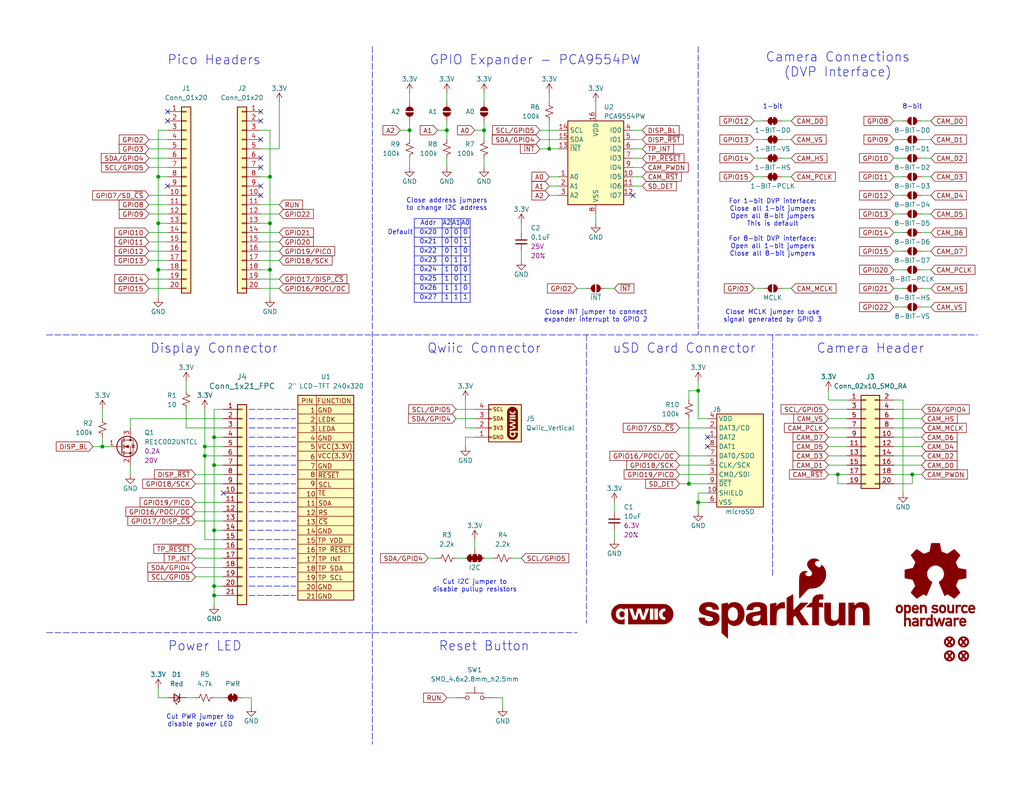
<source format=kicad_sch>
(kicad_sch (version 20231120) (generator "eeschema") (generator_version "8.0")
  (paper "USLetter")
  (title_block (title "SparkFun Pico Touch Display") (date "2025-02-27") (rev "v01") (company "SparkFun Electronics") (comment 1 "Designed by: Dryw Wade"))
  (junction (at 248.92 129.54))
  (junction (at 149.86 40.64))
  (junction (at 73.66 48.26))
  (junction (at 58.42 162.56))
  (junction (at 190.5 137.16))
  (junction (at 73.66 73.66))
  (junction (at 190.5 106.68))
  (junction (at 27.94 121.92))
  (junction (at 55.88 121.92))
  (junction (at 58.42 160.02))
  (junction (at 55.88 124.46))
  (junction (at 43.18 48.26))
  (junction (at 228.6 129.54))
  (junction (at 121.92 35.56))
  (junction (at 43.18 73.66))
  (junction (at 187.96 132.08))
  (junction (at 132.08 35.56))
  (junction (at 58.42 119.38))
  (junction (at 58.42 144.78))
  (junction (at 43.18 60.96))
  (junction (at 58.42 127))
  (junction (at 73.66 60.96))
  (junction (at 111.76 35.56))
  (no_connect (at 193.04 119.38))
  (no_connect (at 60.96 134.62))
  (no_connect (at 71.12 53.34))
  (no_connect (at 172.72 53.34))
  (no_connect (at 45.72 30.48))
  (no_connect (at 71.12 43.18))
  (no_connect (at 71.12 50.8))
  (no_connect (at 71.12 33.02))
  (no_connect (at 45.72 33.02))
  (no_connect (at 71.12 30.48))
  (no_connect (at 71.12 45.72))
  (no_connect (at 193.04 121.92))
  (no_connect (at 45.72 50.8))
  (no_connect (at 71.12 38.1))
  (wire (pts (xy 243.84 129.54) (xy 248.92 129.54)))
  (wire (pts (xy 35.56 114.3) (xy 60.96 114.3)))
  (wire (pts (xy 142.24 152.4) (xy 139.7 152.4)))
  (polyline (pts (xy 125.73 59.69) (xy 125.73 82.55)))
  (wire (pts (xy 55.88 121.92) (xy 55.88 111.76)))
  (wire (pts (xy 71.12 48.26) (xy 73.66 48.26)))
  (polyline (pts (xy 113.03 64.77) (xy 128.27 64.77)))
  (wire (pts (xy 167.64 137.16) (xy 167.64 139.7)))
  (wire (pts (xy 35.56 129.54) (xy 35.56 127)))
  (wire (pts (xy 127 119.38) (xy 127 121.92)))
  (polyline (pts (xy 160.02 91.44) (xy 160.02 170.18)) (stroke (width 0) (type dash)))
  (polyline (pts (xy 113.03 72.39) (xy 128.27 72.39)))
  (wire (pts (xy 76.2 68.58) (xy 71.12 68.58)))
  (wire (pts (xy 175.26 50.8) (xy 172.72 50.8)))
  (wire (pts (xy 175.26 40.64) (xy 172.72 40.64)))
  (wire (pts (xy 215.9 43.18) (xy 213.36 43.18)))
  (wire (pts (xy 226.06 116.84) (xy 231.14 116.84)))
  (wire (pts (xy 243.84 111.76) (xy 251.46 111.76)))
  (wire (pts (xy 58.42 144.78) (xy 60.96 144.78)))
  (wire (pts (xy 243.84 116.84) (xy 251.46 116.84)))
  (wire (pts (xy 132.08 33.02) (xy 132.08 35.56)))
  (wire (pts (xy 251.46 63.5) (xy 254 63.5)))
  (wire (pts (xy 190.5 114.3) (xy 190.5 106.68)))
  (wire (pts (xy 43.18 48.26) (xy 43.18 60.96)))
  (wire (pts (xy 149.86 50.8) (xy 152.4 50.8)))
  (wire (pts (xy 147.32 35.56) (xy 152.4 35.56)))
  (wire (pts (xy 162.56 60.96) (xy 162.56 58.42)))
  (wire (pts (xy 246.38 109.22) (xy 246.38 134.62)))
  (wire (pts (xy 76.2 71.12) (xy 71.12 71.12)))
  (wire (pts (xy 40.64 38.1) (xy 45.72 38.1)))
  (wire (pts (xy 226.06 129.54) (xy 228.6 129.54)))
  (wire (pts (xy 66.04 190.5) (xy 68.58 190.5)))
  (polyline (pts (xy 12.7 172.72) (xy 157.48 172.72)) (stroke (width 0) (type dash)))
  (polyline (pts (xy 113.03 77.47) (xy 128.27 77.47)))
  (wire (pts (xy 76.2 76.2) (xy 71.12 76.2)))
  (wire (pts (xy 142.24 71.12) (xy 142.24 68.58)))
  (wire (pts (xy 40.64 66.04) (xy 45.72 66.04)))
  (wire (pts (xy 68.58 190.5) (xy 68.58 193.04)))
  (wire (pts (xy 30.48 121.92) (xy 27.94 121.92)))
  (wire (pts (xy 226.06 114.3) (xy 231.14 114.3)))
  (wire (pts (xy 25.4 121.92) (xy 27.94 121.92)))
  (wire (pts (xy 76.2 58.42) (xy 71.12 58.42)))
  (wire (pts (xy 109.22 35.56) (xy 111.76 35.56)))
  (wire (pts (xy 226.06 127) (xy 231.14 127)))
  (wire (pts (xy 149.86 40.64) (xy 149.86 33.02)))
  (wire (pts (xy 226.06 121.92) (xy 231.14 121.92)))
  (wire (pts (xy 40.64 78.74) (xy 45.72 78.74)))
  (wire (pts (xy 215.9 38.1) (xy 213.36 38.1)))
  (wire (pts (xy 71.12 40.64) (xy 76.2 40.64)))
  (polyline (pts (xy 113.03 59.69) (xy 113.03 82.55)))
  (wire (pts (xy 76.2 66.04) (xy 71.12 66.04)))
  (wire (pts (xy 116.84 152.4) (xy 119.38 152.4)))
  (wire (pts (xy 58.42 162.56) (xy 58.42 165.1)))
  (wire (pts (xy 132.08 35.56) (xy 132.08 38.1)))
  (wire (pts (xy 132.08 25.4) (xy 132.08 27.94)))
  (polyline (pts (xy 67.945 142.24) (xy 80.645 142.24)) (stroke (width 0) (type dash)))
  (polyline (pts (xy 67.945 129.54) (xy 80.645 129.54)) (stroke (width 0) (type dash)))
  (polyline (pts (xy 67.945 132.08) (xy 80.645 132.08)) (stroke (width 0) (type dash)))
  (wire (pts (xy 149.86 53.34) (xy 152.4 53.34)))
  (wire (pts (xy 76.2 78.74) (xy 71.12 78.74)))
  (wire (pts (xy 132.08 43.18) (xy 132.08 45.72)))
  (wire (pts (xy 45.72 60.96) (xy 43.18 60.96)))
  (wire (pts (xy 111.76 43.18) (xy 111.76 45.72)))
  (wire (pts (xy 43.18 190.5) (xy 43.18 187.96)))
  (wire (pts (xy 129.54 119.38) (xy 127 119.38)))
  (wire (pts (xy 129.54 35.56) (xy 132.08 35.56)))
  (wire (pts (xy 149.86 25.4) (xy 149.86 27.94)))
  (wire (pts (xy 251.46 58.42) (xy 254 58.42)))
  (wire (pts (xy 58.42 127) (xy 60.96 127)))
  (wire (pts (xy 40.64 76.2) (xy 45.72 76.2)))
  (wire (pts (xy 193.04 137.16) (xy 190.5 137.16)))
  (polyline (pts (xy 67.945 160.02) (xy 80.645 160.02)) (stroke (width 0) (type dash)))
  (wire (pts (xy 243.84 73.66) (xy 246.38 73.66)))
  (wire (pts (xy 129.54 147.32) (xy 129.54 149.86)))
  (wire (pts (xy 190.5 134.62) (xy 190.5 137.16)))
  (wire (pts (xy 167.64 78.74) (xy 165.1 78.74)))
  (wire (pts (xy 243.84 43.18) (xy 246.38 43.18)))
  (wire (pts (xy 73.66 48.26) (xy 73.66 60.96)))
  (wire (pts (xy 71.12 73.66) (xy 73.66 73.66)))
  (polyline (pts (xy 101.6 12.7) (xy 101.6 203.2)) (stroke (width 0) (type dash)))
  (polyline (pts (xy 67.945 121.92) (xy 80.645 121.92)) (stroke (width 0) (type dash)))
  (wire (pts (xy 111.76 33.02) (xy 111.76 35.56)))
  (wire (pts (xy 254 83.82) (xy 251.46 83.82)))
  (wire (pts (xy 27.94 111.76) (xy 27.94 114.3)))
  (polyline (pts (xy 67.945 119.38) (xy 80.645 119.38)) (stroke (width 0) (type dash)))
  (polyline (pts (xy 113.03 74.93) (xy 128.27 74.93)))
  (wire (pts (xy 40.64 43.18) (xy 45.72 43.18)))
  (wire (pts (xy 53.34 149.86) (xy 60.96 149.86)))
  (wire (pts (xy 243.84 119.38) (xy 251.46 119.38)))
  (wire (pts (xy 187.96 132.08) (xy 193.04 132.08)))
  (wire (pts (xy 185.42 127) (xy 193.04 127)))
  (polyline (pts (xy 123.19 59.69) (xy 123.19 82.55)))
  (wire (pts (xy 228.6 132.08) (xy 231.14 132.08)))
  (wire (pts (xy 73.66 35.56) (xy 73.66 48.26)))
  (polyline (pts (xy 67.945 124.46) (xy 80.645 124.46)) (stroke (width 0) (type dash)))
  (wire (pts (xy 185.42 116.84) (xy 193.04 116.84)))
  (wire (pts (xy 50.8 104.14) (xy 50.8 106.68)))
  (wire (pts (xy 76.2 63.5) (xy 71.12 63.5)))
  (wire (pts (xy 243.84 127) (xy 251.46 127)))
  (wire (pts (xy 58.42 119.38) (xy 60.96 119.38)))
  (polyline (pts (xy 113.03 62.23) (xy 128.27 62.23)))
  (wire (pts (xy 228.6 129.54) (xy 228.6 132.08)))
  (wire (pts (xy 243.84 121.92) (xy 251.46 121.92)))
  (wire (pts (xy 60.96 147.32) (xy 55.88 147.32)))
  (polyline (pts (xy 67.945 157.48) (xy 80.645 157.48)) (stroke (width 0) (type dash)))
  (wire (pts (xy 243.84 78.74) (xy 246.38 78.74)))
  (wire (pts (xy 248.92 129.54) (xy 248.92 132.08)))
  (wire (pts (xy 55.88 124.46) (xy 55.88 121.92)))
  (wire (pts (xy 190.5 137.16) (xy 190.5 139.7)))
  (wire (pts (xy 243.84 58.42) (xy 246.38 58.42)))
  (wire (pts (xy 40.64 68.58) (xy 45.72 68.58)))
  (polyline (pts (xy 67.945 137.16) (xy 80.645 137.16)) (stroke (width 0) (type dash)))
  (wire (pts (xy 35.56 114.3) (xy 35.56 116.84)))
  (wire (pts (xy 124.46 152.4) (xy 127 152.4)))
  (wire (pts (xy 243.84 132.08) (xy 248.92 132.08)))
  (wire (pts (xy 119.38 35.56) (xy 121.92 35.56)))
  (wire (pts (xy 124.46 114.3) (xy 129.54 114.3)))
  (wire (pts (xy 121.92 43.18) (xy 121.92 45.72)))
  (wire (pts (xy 55.88 147.32) (xy 55.88 124.46)))
  (wire (pts (xy 43.18 35.56) (xy 43.18 48.26)))
  (wire (pts (xy 226.06 119.38) (xy 231.14 119.38)))
  (wire (pts (xy 243.84 33.02) (xy 246.38 33.02)))
  (polyline (pts (xy 67.945 147.32) (xy 80.645 147.32)) (stroke (width 0) (type dash)))
  (wire (pts (xy 205.74 38.1) (xy 208.28 38.1)))
  (polyline (pts (xy 113.03 82.55) (xy 128.27 82.55)))
  (wire (pts (xy 45.72 73.66) (xy 43.18 73.66)))
  (wire (pts (xy 58.42 162.56) (xy 60.96 162.56)))
  (wire (pts (xy 121.92 33.02) (xy 121.92 35.56)))
  (wire (pts (xy 251.46 53.34) (xy 254 53.34)))
  (wire (pts (xy 254 48.26) (xy 251.46 48.26)))
  (wire (pts (xy 111.76 35.56) (xy 111.76 38.1)))
  (wire (pts (xy 187.96 106.68) (xy 187.96 109.22)))
  (wire (pts (xy 243.84 83.82) (xy 246.38 83.82)))
  (wire (pts (xy 147.32 38.1) (xy 152.4 38.1)))
  (polyline (pts (xy 113.03 80.01) (xy 128.27 80.01)))
  (polyline (pts (xy 128.27 82.55) (xy 128.27 59.69)))
  (wire (pts (xy 157.48 78.74) (xy 160.02 78.74)))
  (wire (pts (xy 121.92 190.5) (xy 124.46 190.5)))
  (wire (pts (xy 111.76 25.4) (xy 111.76 27.94)))
  (wire (pts (xy 124.46 111.76) (xy 129.54 111.76)))
  (wire (pts (xy 53.34 154.94) (xy 60.96 154.94)))
  (wire (pts (xy 43.18 60.96) (xy 43.18 73.66)))
  (wire (pts (xy 251.46 68.58) (xy 254 68.58)))
  (wire (pts (xy 134.62 190.5) (xy 137.16 190.5)))
  (wire (pts (xy 152.4 40.64) (xy 149.86 40.64)))
  (wire (pts (xy 58.42 127) (xy 58.42 144.78)))
  (wire (pts (xy 53.34 137.16) (xy 60.96 137.16)))
  (wire (pts (xy 53.34 139.7) (xy 60.96 139.7)))
  (wire (pts (xy 175.26 48.26) (xy 172.72 48.26)))
  (wire (pts (xy 205.74 33.02) (xy 208.28 33.02)))
  (wire (pts (xy 243.84 114.3) (xy 251.46 114.3)))
  (wire (pts (xy 226.06 124.46) (xy 231.14 124.46)))
  (polyline (pts (xy 67.945 149.86) (xy 80.645 149.86)) (stroke (width 0) (type dash)))
  (wire (pts (xy 71.12 60.96) (xy 73.66 60.96)))
  (wire (pts (xy 27.94 121.92) (xy 27.94 119.38)))
  (wire (pts (xy 53.34 152.4) (xy 60.96 152.4)))
  (wire (pts (xy 254 78.74) (xy 251.46 78.74)))
  (wire (pts (xy 73.66 60.96) (xy 73.66 73.66)))
  (wire (pts (xy 205.74 43.18) (xy 208.28 43.18)))
  (wire (pts (xy 132.08 152.4) (xy 134.62 152.4)))
  (wire (pts (xy 175.26 43.18) (xy 172.72 43.18)))
  (polyline (pts (xy 67.945 139.7) (xy 80.645 139.7)) (stroke (width 0) (type dash)))
  (wire (pts (xy 243.84 38.1) (xy 246.38 38.1)))
  (polyline (pts (xy 67.945 114.3) (xy 80.645 114.3)) (stroke (width 0) (type dash)))
  (polyline (pts (xy 113.03 67.31) (xy 128.27 67.31)))
  (polyline (pts (xy 113.03 69.85) (xy 128.27 69.85)))
  (wire (pts (xy 205.74 78.74) (xy 208.28 78.74)))
  (wire (pts (xy 53.34 142.24) (xy 60.96 142.24)))
  (wire (pts (xy 76.2 55.88) (xy 71.12 55.88)))
  (wire (pts (xy 231.14 109.22) (xy 226.06 109.22)))
  (wire (pts (xy 142.24 60.96) (xy 142.24 63.5)))
  (wire (pts (xy 243.84 124.46) (xy 251.46 124.46)))
  (wire (pts (xy 185.42 132.08) (xy 187.96 132.08)))
  (wire (pts (xy 248.92 129.54) (xy 251.46 129.54)))
  (wire (pts (xy 73.66 73.66) (xy 73.66 81.28)))
  (wire (pts (xy 40.64 55.88) (xy 45.72 55.88)))
  (wire (pts (xy 243.84 63.5) (xy 246.38 63.5)))
  (wire (pts (xy 215.9 33.02) (xy 213.36 33.02)))
  (wire (pts (xy 254 33.02) (xy 251.46 33.02)))
  (polyline (pts (xy 128.27 59.69) (xy 113.03 59.69)))
  (polyline (pts (xy 67.945 127) (xy 80.645 127)) (stroke (width 0) (type dash)))
  (wire (pts (xy 190.5 106.68) (xy 190.5 104.14)))
  (wire (pts (xy 55.88 121.92) (xy 60.96 121.92)))
  (wire (pts (xy 53.34 129.54) (xy 60.96 129.54)))
  (wire (pts (xy 228.6 129.54) (xy 231.14 129.54)))
  (wire (pts (xy 50.8 190.5) (xy 53.34 190.5)))
  (wire (pts (xy 58.42 111.76) (xy 58.42 119.38)))
  (wire (pts (xy 137.16 190.5) (xy 137.16 193.04)))
  (wire (pts (xy 40.64 40.64) (xy 45.72 40.64)))
  (wire (pts (xy 215.9 48.26) (xy 213.36 48.26)))
  (wire (pts (xy 243.84 109.22) (xy 246.38 109.22)))
  (wire (pts (xy 40.64 58.42) (xy 45.72 58.42)))
  (wire (pts (xy 254 38.1) (xy 251.46 38.1)))
  (wire (pts (xy 162.56 27.94) (xy 162.56 30.48)))
  (wire (pts (xy 58.42 160.02) (xy 58.42 162.56)))
  (wire (pts (xy 55.88 124.46) (xy 60.96 124.46)))
  (wire (pts (xy 50.8 116.84) (xy 50.8 111.76)))
  (polyline (pts (xy 12.7 91.44) (xy 266.7 91.44)) (stroke (width 0) (type dash)))
  (wire (pts (xy 187.96 106.68) (xy 190.5 106.68)))
  (wire (pts (xy 45.72 190.5) (xy 43.18 190.5)))
  (polyline (pts (xy 67.945 134.62) (xy 80.645 134.62)) (stroke (width 0) (type dash)))
  (wire (pts (xy 127 116.84) (xy 127 109.22)))
  (wire (pts (xy 40.64 53.34) (xy 45.72 53.34)))
  (wire (pts (xy 226.06 109.22) (xy 226.06 106.68)))
  (wire (pts (xy 205.74 48.26) (xy 208.28 48.26)))
  (wire (pts (xy 175.26 38.1) (xy 172.72 38.1)))
  (wire (pts (xy 226.06 111.76) (xy 231.14 111.76)))
  (wire (pts (xy 76.2 40.64) (xy 76.2 27.94)))
  (polyline (pts (xy 67.945 111.76) (xy 80.645 111.76)) (stroke (width 0) (type dash)))
  (wire (pts (xy 45.72 48.26) (xy 43.18 48.26)))
  (wire (pts (xy 185.42 129.54) (xy 193.04 129.54)))
  (wire (pts (xy 243.84 53.34) (xy 246.38 53.34)))
  (wire (pts (xy 215.9 78.74) (xy 213.36 78.74)))
  (polyline (pts (xy 210.82 91.44) (xy 210.82 157.48)) (stroke (width 0) (type dash)))
  (wire (pts (xy 193.04 134.62) (xy 190.5 134.62)))
  (polyline (pts (xy 67.945 144.78) (xy 80.645 144.78)) (stroke (width 0) (type dash)))
  (wire (pts (xy 60.96 111.76) (xy 58.42 111.76)))
  (wire (pts (xy 243.84 48.26) (xy 246.38 48.26)))
  (wire (pts (xy 40.64 63.5) (xy 45.72 63.5)))
  (wire (pts (xy 147.32 40.64) (xy 149.86 40.64)))
  (wire (pts (xy 71.12 35.56) (xy 73.66 35.56)))
  (wire (pts (xy 185.42 124.46) (xy 193.04 124.46)))
  (wire (pts (xy 175.26 45.72) (xy 172.72 45.72)))
  (wire (pts (xy 50.8 116.84) (xy 60.96 116.84)))
  (wire (pts (xy 43.18 73.66) (xy 43.18 81.28)))
  (wire (pts (xy 175.26 35.56) (xy 172.72 35.56)))
  (wire (pts (xy 193.04 114.3) (xy 190.5 114.3)))
  (wire (pts (xy 254 73.66) (xy 251.46 73.66)))
  (polyline (pts (xy 120.65 59.69) (xy 120.65 82.55)))
  (polyline (pts (xy 190.5 12.7) (xy 190.5 91.44)) (stroke (width 0) (type dash)))
  (wire (pts (xy 40.64 71.12) (xy 45.72 71.12)))
  (polyline (pts (xy 67.945 116.84) (xy 80.645 116.84)) (stroke (width 0) (type dash)))
  (wire (pts (xy 58.42 190.5) (xy 60.96 190.5)))
  (wire (pts (xy 243.84 68.58) (xy 246.38 68.58)))
  (wire (pts (xy 40.64 45.72) (xy 45.72 45.72)))
  (wire (pts (xy 149.86 48.26) (xy 152.4 48.26)))
  (wire (pts (xy 58.42 119.38) (xy 58.42 127)))
  (polyline (pts (xy 67.945 154.94) (xy 80.645 154.94)) (stroke (width 0) (type dash)))
  (wire (pts (xy 121.92 25.4) (xy 121.92 27.94)))
  (wire (pts (xy 58.42 144.78) (xy 58.42 160.02)))
  (wire (pts (xy 58.42 160.02) (xy 60.96 160.02)))
  (wire (pts (xy 121.92 35.56) (xy 121.92 38.1)))
  (wire (pts (xy 254 43.18) (xy 251.46 43.18)))
  (wire (pts (xy 167.64 144.78) (xy 167.64 147.32)))
  (wire (pts (xy 129.54 116.84) (xy 127 116.84)))
  (wire (pts (xy 53.34 132.08) (xy 60.96 132.08)))
  (wire (pts (xy 187.96 114.3) (xy 187.96 132.08)))
  (wire (pts (xy 53.34 157.48) (xy 60.96 157.48)))
  (polyline (pts (xy 67.945 152.4) (xy 80.645 152.4)) (stroke (width 0) (type dash)))
  (wire (pts (xy 45.72 35.56) (xy 43.18 35.56)))
  (polyline (pts (xy 67.945 162.56) (xy 80.645 162.56)) (stroke (width 0) (type dash)))
  (text "1-bit" (at 210.82 29.21 0) (effects (font (size 1.27 1.27))))
  (text "0" (at 121.92 71.12 0) (effects (font (size 1.27 1.27))))
  (text "0x20" (at 116.84 63.5 0) (effects (font (size 1.27 1.27))))
  (text "8-bit" (at 248.92 29.21 0) (effects (font (size 1.27 1.27))))
  (text "1" (at 127 66.04 0) (effects (font (size 1.27 1.27))))
  (text "A0" (at 127 60.96 0) (effects (font (size 1.27 1.27))))
  (text "Cut PWR jumper to\ndisable power LED" (at 54.61 196.85 0) (effects (font (size 1.27 1.27))))
  (text "1" (at 124.46 68.58 0) (effects (font (size 1.27 1.27))))
  (text "0x22" (at 116.84 68.58 0) (effects (font (size 1.27 1.27))))
  (text "0x27" (at 116.84 81.28 0) (effects (font (size 1.27 1.27))))
  (text "1" (at 127 71.12 0) (effects (font (size 1.27 1.27))))
  (text "0x24" (at 116.84 73.66 0) (effects (font (size 1.27 1.27))))
  (text "0" (at 121.92 68.58 0) (effects (font (size 1.27 1.27))))
  (text "GPIO Expander - PCA9554PW" (at 146.05 16.51 0) (effects (font (size 2.54 2.54))))
  (text "0" (at 124.46 63.5 0) (effects (font (size 1.27 1.27))))
  (text "Camera Connections\n(DVP Interface)" (at 228.6 17.78 0) (effects (font (size 2.54 2.54))))
  (text "1" (at 124.46 71.12 0) (effects (font (size 1.27 1.27))))
  (text "Close address jumpers\nto change I2C address" (at 121.92 55.88 0) (effects (font (size 1.27 1.27))))
  (text "1" (at 121.92 76.2 0) (effects (font (size 1.27 1.27))))
  (text "Default" (at 109.22 63.5 0) (effects (font (size 1.27 1.27))))
  (text "1" (at 121.92 73.66 0) (effects (font (size 1.27 1.27))))
  (text "0" (at 124.46 73.66 0) (effects (font (size 1.27 1.27))))
  (text "Addr" (at 116.84 60.96 0) (effects (font (size 1.27 1.27))))
  (text "Qwiic Connector" (at 132.08 95.25 0) (effects (font (size 2.54 2.54))))
  (text "Cut I2C jumper to\ndisable pullup resistors" (at 129.54 160.02 0) (effects (font (size 1.27 1.27))))
  (text "Pico Headers" (at 58.42 16.51 0) (effects (font (size 2.54 2.54))))
  (text "0" (at 121.92 63.5 0) (effects (font (size 1.27 1.27))))
  (text "Camera Header" (at 237.49 95.25 0) (effects (font (size 2.54 2.54))))
  (text "0x26" (at 116.84 78.74 0) (effects (font (size 1.27 1.27))))
  (text "For 1-bit DVP interface:\nClose all 1-bit jumpers\nOpen all 8-bit jumpers\nThis is default\n\nFor 8-bit DVP interface:\nOpen all 1-bit jumpers\nClose all 8-bit jumpers" (at 210.82 62.23 0) (effects (font (size 1.27 1.27))))
  (text "0" (at 121.92 66.04 0) (effects (font (size 1.27 1.27))))
  (text "1" (at 124.46 81.28 0) (effects (font (size 1.27 1.27))))
  (text "0" (at 124.46 66.04 0) (effects (font (size 1.27 1.27))))
  (text "A2" (at 121.92 60.96 0) (effects (font (size 1.27 1.27))))
  (text "0x23" (at 116.84 71.12 0) (effects (font (size 1.27 1.27))))
  (text "1" (at 121.92 81.28 0) (effects (font (size 1.27 1.27))))
  (text "1" (at 127 76.2 0) (effects (font (size 1.27 1.27))))
  (text "0" (at 127 68.58 0) (effects (font (size 1.27 1.27))))
  (text "A1" (at 124.46 60.96 0) (effects (font (size 1.27 1.27))))
  (text "0" (at 127 78.74 0) (effects (font (size 1.27 1.27))))
  (text "1" (at 121.92 78.74 0) (effects (font (size 1.27 1.27))))
  (text "0" (at 127 63.5 0) (effects (font (size 1.27 1.27))))
  (text "1" (at 124.46 78.74 0) (effects (font (size 1.27 1.27))))
  (text "0" (at 124.46 76.2 0) (effects (font (size 1.27 1.27))))
  (text "Display Connector" (at 58.42 95.25 0) (effects (font (size 2.54 2.54))))
  (text "Close MCLK jumper to use\nsignal generated by GPIO 3" (at 210.82 86.36 0) (effects (font (size 1.27 1.27))))
  (text "0x21" (at 116.84 66.04 0) (effects (font (size 1.27 1.27))))
  (text "1" (at 127 81.28 0) (effects (font (size 1.27 1.27))))
  (text "0" (at 127 73.66 0) (effects (font (size 1.27 1.27))))
  (text "uSD Card Connector" (at 186.69 95.25 0) (effects (font (size 2.54 2.54))))
  (text "0x25" (at 116.84 76.2 0) (effects (font (size 1.27 1.27))))
  (text "Power LED" (at 55.88 176.53 0) (effects (font (size 2.54 2.54))))
  (text "Reset Button" (at 132.08 176.53 0) (effects (font (size 2.54 2.54))))
  (text "Close INT jumper to connect\nexpander interrupt to GPIO 2" (at 162.56 86.36 0) (effects (font (size 1.27 1.27))))
  (global_label "GPIO19{slash}PICO" (shape input) (at 53.34 137.16 180) (property "Intersheetrefs" "${INTERSHEET_REFS}" (effects (hide yes))))
  (global_label "GPIO16{slash}POCI{slash}DC" (shape input) (at 76.2 78.74 0) (property "Intersheetrefs" "${INTERSHEET_REFS}" (effects (hide yes))))
  (global_label "GPIO17{slash}DISP_~{CS}" (shape input) (at 76.2 76.2 0) (property "Intersheetrefs" "${INTERSHEET_REFS}" (effects (hide yes))))
  (global_label "CAM_HS" (shape input) (at 215.9 43.18 0) (property "Intersheetrefs" "${INTERSHEET_REFS}" (effects (hide yes))))
  (global_label "SDA{slash}GPIO4" (shape input) (at 53.34 154.94 180) (property "Intersheetrefs" "${INTERSHEET_REFS}" (effects (hide yes))))
  (global_label "SCL{slash}GPIO5" (shape input) (at 147.32 35.56 180) (property "Intersheetrefs" "${INTERSHEET_REFS}" (effects (hide yes))))
  (global_label "A0" (shape input) (at 129.54 35.56 180) (property "Intersheetrefs" "${INTERSHEET_REFS}" (effects (hide yes))))
  (global_label "CAM_D6" (shape input) (at 254 63.5 0) (property "Intersheetrefs" "${INTERSHEET_REFS}" (effects (hide yes))))
  (global_label "SCL{slash}GPIO5" (shape input) (at 124.46 111.76 180) (property "Intersheetrefs" "${INTERSHEET_REFS}" (effects (hide yes))))
  (global_label "CAM_HS" (shape input) (at 251.46 114.3 0) (property "Intersheetrefs" "${INTERSHEET_REFS}" (effects (hide yes))))
  (global_label "~{INT}" (shape input) (at 167.64 78.74 0) (property "Intersheetrefs" "${INTERSHEET_REFS}" (effects (hide yes))))
  (global_label "CAM_VS" (shape input) (at 254 83.82 0) (property "Intersheetrefs" "${INTERSHEET_REFS}" (effects (hide yes))))
  (global_label "GPIO11" (shape input) (at 243.84 48.26 180) (property "Intersheetrefs" "${INTERSHEET_REFS}" (effects (hide yes))))
  (global_label "GPIO19{slash}PICO" (shape input) (at 76.2 68.58 0) (property "Intersheetrefs" "${INTERSHEET_REFS}" (effects (hide yes))))
  (global_label "CAM_D3" (shape input) (at 226.06 124.46 180) (property "Intersheetrefs" "${INTERSHEET_REFS}" (effects (hide yes))))
  (global_label "CAM_D0" (shape input) (at 254 33.02 0) (property "Intersheetrefs" "${INTERSHEET_REFS}" (effects (hide yes))))
  (global_label "CAM_MCLK" (shape input) (at 251.46 116.84 0) (property "Intersheetrefs" "${INTERSHEET_REFS}" (effects (hide yes))))
  (global_label "GPIO8" (shape input) (at 40.64 55.88 180) (property "Intersheetrefs" "${INTERSHEET_REFS}" (effects (hide yes))))
  (global_label "GPIO11" (shape input) (at 40.64 66.04 180) (property "Intersheetrefs" "${INTERSHEET_REFS}" (effects (hide yes))))
  (global_label "GPIO13" (shape input) (at 243.84 58.42 180) (property "Intersheetrefs" "${INTERSHEET_REFS}" (effects (hide yes))))
  (global_label "A2" (shape input) (at 149.86 53.34 180) (property "Intersheetrefs" "${INTERSHEET_REFS}" (effects (hide yes))))
  (global_label "GPIO21" (shape input) (at 243.84 78.74 180) (property "Intersheetrefs" "${INTERSHEET_REFS}" (effects (hide yes))))
  (global_label "CAM_PCLK" (shape input) (at 226.06 116.84 180) (property "Intersheetrefs" "${INTERSHEET_REFS}" (effects (hide yes))))
  (global_label "CAM_PWDN" (shape input) (at 251.46 129.54 0) (property "Intersheetrefs" "${INTERSHEET_REFS}" (effects (hide yes))))
  (global_label "RUN" (shape input) (at 121.92 190.5 180) (property "Intersheetrefs" "${INTERSHEET_REFS}" (effects (hide yes))))
  (global_label "CAM_~{RST}" (shape input) (at 175.26 48.26 0) (property "Intersheetrefs" "${INTERSHEET_REFS}" (effects (hide yes))))
  (global_label "CAM_D6" (shape input) (at 251.46 119.38 0) (property "Intersheetrefs" "${INTERSHEET_REFS}" (effects (hide yes))))
  (global_label "CAM_D1" (shape input) (at 254 38.1 0) (property "Intersheetrefs" "${INTERSHEET_REFS}" (effects (hide yes))))
  (global_label "GPIO20" (shape input) (at 76.2 66.04 0) (property "Intersheetrefs" "${INTERSHEET_REFS}" (effects (hide yes))))
  (global_label "GPIO12" (shape input) (at 243.84 53.34 180) (property "Intersheetrefs" "${INTERSHEET_REFS}" (effects (hide yes))))
  (global_label "GPIO14" (shape input) (at 205.74 43.18 180) (property "Intersheetrefs" "${INTERSHEET_REFS}" (effects (hide yes))))
  (global_label "SCL{slash}GPIO5" (shape input) (at 40.64 45.72 180) (property "Intersheetrefs" "${INTERSHEET_REFS}" (effects (hide yes))))
  (global_label "GPIO14" (shape input) (at 40.64 76.2 180) (property "Intersheetrefs" "${INTERSHEET_REFS}" (effects (hide yes))))
  (global_label "GPIO16{slash}POCI{slash}DC" (shape input) (at 53.34 139.7 180) (property "Intersheetrefs" "${INTERSHEET_REFS}" (effects (hide yes))))
  (global_label "CAM_PWDN" (shape input) (at 175.26 45.72 0) (property "Intersheetrefs" "${INTERSHEET_REFS}" (effects (hide yes))))
  (global_label "GPIO18{slash}SCK" (shape input) (at 53.34 132.08 180) (property "Intersheetrefs" "${INTERSHEET_REFS}" (effects (hide yes))))
  (global_label "CAM_D7" (shape input) (at 226.06 119.38 180) (property "Intersheetrefs" "${INTERSHEET_REFS}" (effects (hide yes))))
  (global_label "GPIO10" (shape input) (at 243.84 43.18 180) (property "Intersheetrefs" "${INTERSHEET_REFS}" (effects (hide yes))))
  (global_label "GPIO3" (shape input) (at 205.74 78.74 180) (property "Intersheetrefs" "${INTERSHEET_REFS}" (effects (hide yes))))
  (global_label "CAM_D0" (shape input) (at 215.9 33.02 0) (property "Intersheetrefs" "${INTERSHEET_REFS}" (effects (hide yes))))
  (global_label "CAM_~{RST}" (shape input) (at 226.06 129.54 180) (property "Intersheetrefs" "${INTERSHEET_REFS}" (effects (hide yes))))
  (global_label "GPIO18{slash}SCK" (shape input) (at 185.42 127 180) (property "Intersheetrefs" "${INTERSHEET_REFS}" (effects (hide yes))))
  (global_label "SCL{slash}GPIO5" (shape input) (at 226.06 111.76 180) (property "Intersheetrefs" "${INTERSHEET_REFS}" (effects (hide yes))))
  (global_label "A1" (shape input) (at 119.38 35.56 180) (property "Intersheetrefs" "${INTERSHEET_REFS}" (effects (hide yes))))
  (global_label "CAM_D3" (shape input) (at 254 48.26 0) (property "Intersheetrefs" "${INTERSHEET_REFS}" (effects (hide yes))))
  (global_label "CAM_D7" (shape input) (at 254 68.58 0) (property "Intersheetrefs" "${INTERSHEET_REFS}" (effects (hide yes))))
  (global_label "CAM_D2" (shape input) (at 254 43.18 0) (property "Intersheetrefs" "${INTERSHEET_REFS}" (effects (hide yes))))
  (global_label "TP_INT" (shape input) (at 53.34 152.4 180) (property "Intersheetrefs" "${INTERSHEET_REFS}" (effects (hide yes))))
  (global_label "DISP_~{RST}" (shape input) (at 53.34 129.54 180) (property "Intersheetrefs" "${INTERSHEET_REFS}" (effects (hide yes))))
  (global_label "CAM_VS" (shape input) (at 226.06 114.3 180) (property "Intersheetrefs" "${INTERSHEET_REFS}" (effects (hide yes))))
  (global_label "A0" (shape input) (at 149.86 48.26 180) (property "Intersheetrefs" "${INTERSHEET_REFS}" (effects (hide yes))))
  (global_label "GPIO9" (shape input) (at 243.84 38.1 180) (property "Intersheetrefs" "${INTERSHEET_REFS}" (effects (hide yes))))
  (global_label "SD_DET" (shape input) (at 175.26 50.8 0) (property "Intersheetrefs" "${INTERSHEET_REFS}" (effects (hide yes))))
  (global_label "RUN" (shape input) (at 76.2 55.88 0) (property "Intersheetrefs" "${INTERSHEET_REFS}" (effects (hide yes))))
  (global_label "CAM_D4" (shape input) (at 251.46 121.92 0) (property "Intersheetrefs" "${INTERSHEET_REFS}" (effects (hide yes))))
  (global_label "GPIO7{slash}SD_~{CS}" (shape input) (at 40.64 53.34 180) (property "Intersheetrefs" "${INTERSHEET_REFS}" (effects (hide yes))))
  (global_label "CAM_PCLK" (shape input) (at 215.9 48.26 0) (property "Intersheetrefs" "${INTERSHEET_REFS}" (effects (hide yes))))
  (global_label "GPIO14" (shape input) (at 243.84 63.5 180) (property "Intersheetrefs" "${INTERSHEET_REFS}" (effects (hide yes))))
  (global_label "CAM_MCLK" (shape input) (at 215.9 78.74 0) (property "Intersheetrefs" "${INTERSHEET_REFS}" (effects (hide yes))))
  (global_label "GPIO13" (shape input) (at 205.74 38.1 180) (property "Intersheetrefs" "${INTERSHEET_REFS}" (effects (hide yes))))
  (global_label "TP_~{RESET}" (shape input) (at 175.26 43.18 0) (property "Intersheetrefs" "${INTERSHEET_REFS}" (effects (hide yes))))
  (global_label "GPIO17{slash}DISP_~{CS}" (shape input) (at 53.34 142.24 180) (property "Intersheetrefs" "${INTERSHEET_REFS}" (effects (hide yes))))
  (global_label "CAM_VS" (shape input) (at 215.9 38.1 0) (property "Intersheetrefs" "${INTERSHEET_REFS}" (effects (hide yes))))
  (global_label "TP_INT" (shape input) (at 175.26 40.64 0) (property "Intersheetrefs" "${INTERSHEET_REFS}" (effects (hide yes))))
  (global_label "SDA{slash}GPIO4" (shape input) (at 251.46 111.76 0) (property "Intersheetrefs" "${INTERSHEET_REFS}" (effects (hide yes))))
  (global_label "GPIO2" (shape input) (at 157.48 78.74 180) (property "Intersheetrefs" "${INTERSHEET_REFS}" (effects (hide yes))))
  (global_label "GPIO12" (shape input) (at 40.64 68.58 180) (property "Intersheetrefs" "${INTERSHEET_REFS}" (effects (hide yes))))
  (global_label "SDA{slash}GPIO4" (shape input) (at 147.32 38.1 180) (property "Intersheetrefs" "${INTERSHEET_REFS}" (effects (hide yes))))
  (global_label "A2" (shape input) (at 109.22 35.56 180) (property "Intersheetrefs" "${INTERSHEET_REFS}" (effects (hide yes))))
  (global_label "SCL{slash}GPIO5" (shape input) (at 142.24 152.4 0) (property "Intersheetrefs" "${INTERSHEET_REFS}" (effects (hide yes))))
  (global_label "GPIO22" (shape input) (at 243.84 83.82 180) (property "Intersheetrefs" "${INTERSHEET_REFS}" (effects (hide yes))))
  (global_label "GPIO15" (shape input) (at 205.74 48.26 180) (property "Intersheetrefs" "${INTERSHEET_REFS}" (effects (hide yes))))
  (global_label "GPIO7{slash}SD_~{CS}" (shape input) (at 185.42 116.84 180) (property "Intersheetrefs" "${INTERSHEET_REFS}" (effects (hide yes))))
  (global_label "GPIO21" (shape input) (at 76.2 63.5 0) (property "Intersheetrefs" "${INTERSHEET_REFS}" (effects (hide yes))))
  (global_label "SD_DET" (shape input) (at 185.42 132.08 180) (property "Intersheetrefs" "${INTERSHEET_REFS}" (effects (hide yes))))
  (global_label "TP_~{RESET}" (shape input) (at 53.34 149.86 180) (property "Intersheetrefs" "${INTERSHEET_REFS}" (effects (hide yes))))
  (global_label "GPIO20" (shape input) (at 243.84 73.66 180) (property "Intersheetrefs" "${INTERSHEET_REFS}" (effects (hide yes))))
  (global_label "GPIO15" (shape input) (at 243.84 68.58 180) (property "Intersheetrefs" "${INTERSHEET_REFS}" (effects (hide yes))))
  (global_label "CAM_D5" (shape input) (at 226.06 121.92 180) (property "Intersheetrefs" "${INTERSHEET_REFS}" (effects (hide yes))))
  (global_label "CAM_HS" (shape input) (at 254 78.74 0) (property "Intersheetrefs" "${INTERSHEET_REFS}" (effects (hide yes))))
  (global_label "DISP_BL" (shape input) (at 175.26 35.56 0) (property "Intersheetrefs" "${INTERSHEET_REFS}" (effects (hide yes))))
  (global_label "GPIO8" (shape input) (at 243.84 33.02 180) (property "Intersheetrefs" "${INTERSHEET_REFS}" (effects (hide yes))))
  (global_label "CAM_D4" (shape input) (at 254 53.34 0) (property "Intersheetrefs" "${INTERSHEET_REFS}" (effects (hide yes))))
  (global_label "GPIO3" (shape input) (at 40.64 40.64 180) (property "Intersheetrefs" "${INTERSHEET_REFS}" (effects (hide yes))))
  (global_label "CAM_D1" (shape input) (at 226.06 127 180) (property "Intersheetrefs" "${INTERSHEET_REFS}" (effects (hide yes))))
  (global_label "SDA{slash}GPIO4" (shape input) (at 124.46 114.3 180) (property "Intersheetrefs" "${INTERSHEET_REFS}" (effects (hide yes))))
  (global_label "GPIO22" (shape input) (at 76.2 58.42 0) (property "Intersheetrefs" "${INTERSHEET_REFS}" (effects (hide yes))))
  (global_label "SDA{slash}GPIO4" (shape input) (at 40.64 43.18 180) (property "Intersheetrefs" "${INTERSHEET_REFS}" (effects (hide yes))))
  (global_label "A1" (shape input) (at 149.86 50.8 180) (property "Intersheetrefs" "${INTERSHEET_REFS}" (effects (hide yes))))
  (global_label "CAM_D5" (shape input) (at 254 58.42 0) (property "Intersheetrefs" "${INTERSHEET_REFS}" (effects (hide yes))))
  (global_label "SDA{slash}GPIO4" (shape input) (at 116.84 152.4 180) (property "Intersheetrefs" "${INTERSHEET_REFS}" (effects (hide yes))))
  (global_label "GPIO2" (shape input) (at 40.64 38.1 180) (property "Intersheetrefs" "${INTERSHEET_REFS}" (effects (hide yes))))
  (global_label "DISP_BL" (shape input) (at 25.4 121.92 180) (property "Intersheetrefs" "${INTERSHEET_REFS}" (effects (hide yes))))
  (global_label "GPIO15" (shape input) (at 40.64 78.74 180) (property "Intersheetrefs" "${INTERSHEET_REFS}" (effects (hide yes))))
  (global_label "GPIO9" (shape input) (at 40.64 58.42 180) (property "Intersheetrefs" "${INTERSHEET_REFS}" (effects (hide yes))))
  (global_label "GPIO13" (shape input) (at 40.64 71.12 180) (property "Intersheetrefs" "${INTERSHEET_REFS}" (effects (hide yes))))
  (global_label "~{INT}" (shape input) (at 147.32 40.64 180) (property "Intersheetrefs" "${INTERSHEET_REFS}" (effects (hide yes))))
  (global_label "GPIO19{slash}PICO" (shape input) (at 185.42 129.54 180) (property "Intersheetrefs" "${INTERSHEET_REFS}" (effects (hide yes))))
  (global_label "CAM_D0" (shape input) (at 251.46 127 0) (property "Intersheetrefs" "${INTERSHEET_REFS}" (effects (hide yes))))
  (global_label "DISP_~{RST}" (shape input) (at 175.26 38.1 0) (property "Intersheetrefs" "${INTERSHEET_REFS}" (effects (hide yes))))
  (global_label "CAM_D2" (shape input) (at 251.46 124.46 0) (property "Intersheetrefs" "${INTERSHEET_REFS}" (effects (hide yes))))
  (global_label "SCL{slash}GPIO5" (shape input) (at 53.34 157.48 180) (property "Intersheetrefs" "${INTERSHEET_REFS}" (effects (hide yes))))
  (global_label "GPIO18{slash}SCK" (shape input) (at 76.2 71.12 0) (property "Intersheetrefs" "${INTERSHEET_REFS}" (effects (hide yes))))
  (global_label "GPIO12" (shape input) (at 205.74 33.02 180) (property "Intersheetrefs" "${INTERSHEET_REFS}" (effects (hide yes))))
  (global_label "GPIO16{slash}POCI{slash}DC" (shape input) (at 185.42 124.46 180) (property "Intersheetrefs" "${INTERSHEET_REFS}" (effects (hide yes))))
  (global_label "CAM_PCLK" (shape input) (at 254 73.66 0) (property "Intersheetrefs" "${INTERSHEET_REFS}" (effects (hide yes))))
  (global_label "GPIO10" (shape input) (at 40.64 63.5 180) (property "Intersheetrefs" "${INTERSHEET_REFS}" (effects (hide yes))))
  (symbol (lib_id "SparkFun-PowerSymbol:GND") (at 142.24 71.12 0) (unit 1)
    (property "Reference" "#PWR031" (effects (hide yes)))
    (property "Value" "GND" (at 142.24 74.93 0))
    (property "Description" "Power symbol creates a global label with name \"GND\" , ground" (effects (hide yes)))
  )
  (symbol (lib_id "SparkFun-PowerSymbol:3.3V") (at 149.86 25.4 0) (unit 1)
    (property "Reference" "#PWR023" (effects (hide yes)))
    (property "Value" "3.3V" (at 149.86 21.59 0))
    (property "Description" "Power symbol creates a global label with name \"3.3V\"" (effects (hide yes)))
  )
  (symbol (lib_id "SparkFun-Connector:Conn_01x20_SMD_Pin1RightUp") (at 50.8 53.34 0) (unit 1)
    (property "Reference" "J1" (at 50.8 24.13 0))
    (property "Value" "Conn_01x20" (at 50.8 26.67 0))
    (property "Footprint" "SparkFun-Connector:1x20_SMD_Pin1RightUp" (effects (hide yes)))
    (property "Datasheet" "https://wmsc.lcsc.com/wmsc/upload/file/pdf/v2/lcsc/2110100430_XKB-Connection-X6511WVS-20H-C60D48R2_C2883777.pdf" (effects (hide yes)))
    (property "PROD_ID" "CONN-25435" (effects (hide yes)))
  )
  (symbol (lib_id "SparkFun-IC-Special-Function:PCA9554PW") (at 162.56 43.18 0) (unit 1)
    (property "Reference" "U2" (at 164.7541 29.21 0) (effects (justify left)))
    (property "Value" "PCA9554PW" (at 164.7541 31.75 0) (effects (justify left)))
    (property "Footprint" "SparkFun-Semiconductor-Standard:TSSOP-16_4.4x5mm_P0.65mm" (effects (hide yes)))
    (property "Datasheet" "https://www.ti.com/lit/ds/symlink/tca9554.pdf" (effects (hide yes)))
    (property "Description" "8-bit I2C-bus and SMBus I/O port with interrupt, TSSOP-16" (effects (hide yes)))
    (property "PROD_ID" "IC-23589" (effects (hide yes)))
  )
  (symbol (lib_id "SparkFun-PowerSymbol:3.3V") (at 127 109.22 0) (unit 1)
    (property "Reference" "#PWR014" (effects (hide yes)))
    (property "Value" "3.3V" (at 127 105.41 0))
    (property "Description" "Power symbol creates a global label with name \"3.3V\"" (effects (hide yes)))
  )
  (symbol (lib_id "Conn_01x20_FPC_0.3mm-Bottom_Contact:Conn_1x21_FPC_0.3mm-Dual_Contact") (at 66.04 138.43 0) (unit 1)
    (property "Reference" "J4" (at 66.04 102.87 0) (effects (font (size 1.524 1.524))))
    (property "Value" "Conn_1x21_FPC" (at 66.04 105.41 0) (effects (font (size 1.524 1.524))))
    (property "Footprint" "lcd-tft:CONN21_FH35C-21S_HIR" (effects (hide yes)))
    (property "Datasheet" "https://www.hirose.com/en/product/document?clcode=CL0580-2922-4-50&productname=FH35C-21S-0.3SHW(50)&series=FH35C&documenttype=2DDrawing&lang=en&documentid=0001002002" (effects (hide yes)))
    (property "Description" "21 pin FPC Dual Contact Connector" (effects (hide yes)))
  )
  (symbol (lib_id "SparkFun-Resistor:100k_0603") (at 121.92 40.64 270) (mirror x) (unit 1)
    (property "Reference" "R8" (at 119.38 39.3699 90) (effects (justify right)))
    (property "Value" "100k" (at 119.38 41.9099 90) (effects (justify right)))
    (property "Footprint" "SparkFun-Resistor:R_0603_1608Metric" (effects (hide yes)))
    (property "Datasheet" "https://www.vishay.com/docs/20035/dcrcwe3.pdf" (effects (hide yes)))
    (property "Description" "Resistor" (effects (hide yes)))
    (property "PROD_ID" "RES-07828" (effects (hide yes)))
  )
  (symbol (lib_id "SparkFun-Jumper:SolderJumper_2_Open") (at 248.92 38.1 180) (unit 1)
    (property "Reference" "JP8" (effects (hide yes)))
    (property "Value" "8-BIT-D1" (at 248.92 40.64 0))
    (property "Footprint" "SparkFun-Jumper:Jumper_2_NO" (effects (hide yes)))
    (property "Description" "Solder Jumper, 2-pole, open" (effects (hide yes)))
  )
  (symbol (lib_id "SparkFun-PowerSymbol:3.3V") (at 162.56 27.94 0) (unit 1)
    (property "Reference" "#PWR022" (effects (hide yes)))
    (property "Value" "3.3V" (at 162.56 24.13 0))
    (property "Description" "Power symbol creates a global label with name \"3.3V\"" (effects (hide yes)))
  )
  (symbol (lib_id "SparkFun-Aesthetic:SparkFun_Logo") (at 213.36 167.64 0) (unit 1) (on_board no)
    (property "Reference" "G1" (effects (hide yes)))
    (property "Value" "SparkFun_Logo" (effects (hide yes)))
    (property "Footprint" "SparkFun-Aesthetic:SparkFun_Logo_8mm" (effects (hide yes)))
  )
  (symbol (lib_id "SparkFun-PowerSymbol:GND") (at 58.42 165.1 0) (unit 1)
    (property "Reference" "#PWR06" (effects (hide yes)))
    (property "Value" "GND" (at 58.42 168.91 0))
    (property "Description" "Power symbol creates a global label with name \"GND\" , ground" (effects (hide yes)))
  )
  (symbol (lib_id "SparkFun-Jumper:SolderJumper_2_Bridged") (at 63.5 190.5 0) (unit 1)
    (property "Reference" "JP21" (effects (hide yes)))
    (property "Value" "PWR" (at 63.5 186.69 0))
    (property "Footprint" "SparkFun-Jumper:Jumper_2_NC_Trace" (effects (hide yes)))
    (property "Description" "Solder Jumper, 2-pole, closed/bridged" (effects (hide yes)))
  )
  (symbol (lib_id "SparkFun-PowerSymbol:GND") (at 111.76 45.72 0) (mirror y) (unit 1)
    (property "Reference" "#PWR024" (effects (hide yes)))
    (property "Value" "GND" (at 111.76 49.53 0))
    (property "Description" "Power symbol creates a global label with name \"GND\" , ground" (effects (hide yes)))
  )
  (symbol (lib_id "SparkFun-PowerSymbol:3.3V") (at 111.76 25.4 0) (mirror y) (unit 1)
    (property "Reference" "#PWR029" (effects (hide yes)))
    (property "Value" "3.3V" (at 111.76 21.59 0))
    (property "Description" "Power symbol creates a global label with name \"3.3V\"" (effects (hide yes)))
  )
  (symbol (lib_id "SparkFun-Jumper:SolderJumper_2_Open") (at 162.56 78.74 180) (unit 1)
    (property "Reference" "JP22" (effects (hide yes)))
    (property "Value" "~{INT}" (at 162.56 81.28 0))
    (property "Footprint" "SparkFun-Jumper:Jumper_2_NO" (effects (hide yes)))
    (property "Description" "Solder Jumper, 2-pole, open" (effects (hide yes)))
  )
  (symbol (lib_id "SparkFun-PowerSymbol:GND") (at 43.18 81.28 0) (unit 1)
    (property "Reference" "#PWR03" (effects (hide yes)))
    (property "Value" "GND" (at 43.18 85.09 0))
    (property "Description" "Power symbol creates a global label with name \"GND\" , ground" (effects (hide yes)))
  )
  (symbol (lib_id "SparkFun-Jumper:SolderJumper_3_Bridged123") (at 129.54 152.4 180) (unit 1)
    (property "Reference" "JP1" (effects (hide yes)))
    (property "Value" "I2C" (at 129.54 154.94 0))
    (property "Footprint" "SparkFun-Jumper:Jumper_3_NC-2_Trace" (effects (hide yes)))
    (property "Description" "Solder Jumper, 3-pole, pins 1+2+3 closed/bridged" (effects (hide yes)))
  )
  (symbol (lib_id "SparkFun-PowerSymbol:3.3V") (at 55.88 111.76 0) (unit 1)
    (property "Reference" "#PWR07" (effects (hide yes)))
    (property "Value" "3.3V" (at 55.88 107.95 0))
    (property "Description" "Power symbol creates a global label with name \"3.3V\"" (effects (hide yes)))
  )
  (symbol (lib_id "SparkFun-Jumper:SolderJumper_2_Open") (at 111.76 30.48 270) (mirror x) (unit 1)
    (property "Reference" "JP16" (effects (hide yes)))
    (property "Value" "A2" (at 109.22 30.48 90) (effects (justify right)))
    (property "Footprint" "SparkFun-Jumper:Jumper_2_NO" (effects (hide yes)))
    (property "Description" "Solder Jumper, 2-pole, open" (effects (hide yes)))
  )
  (symbol (lib_id "SparkFun-PowerSymbol:GND") (at 132.08 45.72 0) (mirror y) (unit 1)
    (property "Reference" "#PWR026" (effects (hide yes)))
    (property "Value" "GND" (at 132.08 49.53 0))
    (property "Description" "Power symbol creates a global label with name \"GND\" , ground" (effects (hide yes)))
  )
  (symbol (lib_id "SparkFun-Aesthetic:qwiic_Logo") (at 175.26 167.64 0) (unit 1) (on_board no)
    (property "Reference" "G4" (effects (hide yes)))
    (property "Value" "qwiic_Logo" (effects (hide yes)))
  )
  (symbol (lib_id "SparkFun-Jumper:SolderJumper_2_Bridged") (at 210.82 33.02 0) (mirror y) (unit 1)
    (property "Reference" "JP20" (effects (hide yes)))
    (property "Value" "1-BIT-D0" (at 210.82 35.56 0))
    (property "Footprint" "SparkFun-Jumper:Jumper_2_NC_Trace" (effects (hide yes)))
    (property "Description" "Solder Jumper, 2-pole, closed/bridged" (effects (hide yes)))
  )
  (symbol (lib_id "SparkFun-LED:LED_Red_0603") (at 48.26 190.5 180) (unit 1)
    (property "Reference" "D1" (at 48.1965 184.15 0))
    (property "Value" "Red" (at 48.1965 186.69 0))
    (property "Footprint" "SparkFun-LED:LED_0603_1608Metric_Red" (effects (hide yes)))
    (property "Datasheet" "https://docs.broadcom.com/docs/AV02-0551EN" (effects (hide yes)))
    (property "Description" "Light emitting diode" (effects (hide yes)))
    (property "PROD_ID" "DIO-17976" (effects (hide yes)))
  )
  (symbol (lib_id "SparkFun-Connector:Conn_02x10_SMD_RA") (at 237.49 119.38 0) (unit 1)
    (property "Reference" "J3" (at 237.49 102.87 0))
    (property "Value" "Conn_02x10_SMD_RA" (at 237.49 105.41 0))
    (property "Footprint" "SparkFun-Connector:2x10_SMD_RA" (effects (hide yes)))
    (property "Description" "Basic 0.1\" PTH" (effects (hide yes)))
  )
  (symbol (lib_id "SparkFun-Resistor:100k_0603") (at 149.86 30.48 90) (unit 1)
    (property "Reference" "R6" (at 147.32 29.2099 90) (effects (justify left)))
    (property "Value" "100k" (at 147.32 31.7499 90) (effects (justify left)))
    (property "Footprint" "SparkFun-Resistor:R_0603_1608Metric" (effects (hide yes)))
    (property "Datasheet" "https://www.vishay.com/docs/20035/dcrcwe3.pdf" (effects (hide yes)))
    (property "Description" "Resistor" (effects (hide yes)))
    (property "PROD_ID" "RES-07828" (effects (hide yes)))
  )
  (symbol (lib_id "SparkFun-Jumper:SolderJumper_2_Open") (at 248.92 58.42 180) (unit 1)
    (property "Reference" "JP10" (effects (hide yes)))
    (property "Value" "8-BIT-D5" (at 248.92 60.96 0))
    (property "Footprint" "SparkFun-Jumper:Jumper_2_NO" (effects (hide yes)))
    (property "Description" "Solder Jumper, 2-pole, open" (effects (hide yes)))
  )
  (symbol (lib_id "SparkFun-Resistor:100k_0603") (at 132.08 40.64 270) (mirror x) (unit 1)
    (property "Reference" "R7" (at 129.54 39.3699 90) (effects (justify right)))
    (property "Value" "100k" (at 129.54 41.9099 90) (effects (justify right)))
    (property "Footprint" "SparkFun-Resistor:R_0603_1608Metric" (effects (hide yes)))
    (property "Datasheet" "https://www.vishay.com/docs/20035/dcrcwe3.pdf" (effects (hide yes)))
    (property "Description" "Resistor" (effects (hide yes)))
    (property "PROD_ID" "RES-07828" (effects (hide yes)))
  )
  (symbol (lib_id "lcd_tft:Waveshare_LCD-TFT") (at 88.9 135.89 0) (unit 1)
    (property "Reference" "U1" (at 88.9 102.87 0))
    (property "Value" "2\" LCD-TFT 240x320" (at 88.9 105.41 0))
    (property "Footprint" "lcd-tft:Waveshare_2_Inch_Outline" (effects (hide yes)))
    (property "Datasheet" "https://www.waveshare.com/wiki/2inch_Capacitive_Touch_LCD" (effects (hide yes)))
    (property "Description" "2.0\" LCD TFT with Capacitive Touchscreen" (effects (hide yes)))
  )
  (symbol (lib_id "SparkFun-PowerSymbol:3.3V") (at 190.5 104.14 0) (unit 1)
    (property "Reference" "#PWR016" (effects (hide yes)))
    (property "Value" "3.3V" (at 190.5 100.33 0))
    (property "Description" "Power symbol creates a global label with name \"3.3V\"" (effects (hide yes)))
  )
  (symbol (lib_id "SparkFun-PowerSymbol:3.3V") (at 142.24 60.96 0) (unit 1)
    (property "Reference" "#PWR032" (effects (hide yes)))
    (property "Value" "3.3V" (at 142.24 57.15 0))
    (property "Description" "Power symbol creates a global label with name \"3.3V\"" (effects (hide yes)))
  )
  (symbol (lib_id "SparkFun-Jumper:SolderJumper_2_Open") (at 132.08 30.48 270) (mirror x) (unit 1)
    (property "Reference" "JP14" (effects (hide yes)))
    (property "Value" "A0" (at 129.54 30.48 90) (effects (justify right)))
    (property "Footprint" "SparkFun-Jumper:Jumper_2_NO" (effects (hide yes)))
    (property "Description" "Solder Jumper, 2-pole, open" (effects (hide yes)))
  )
  (symbol (lib_id "SparkFun-Capacitor:0.1uF_0603_25V_20%") (at 142.24 66.04 0) (unit 1)
    (property "Reference" "C2" (at 144.78 62.2362 0) (effects (justify left)))
    (property "Value" "0.1uF" (at 144.78 64.7762 0) (effects (justify left)))
    (property "Footprint" "SparkFun-Capacitor:C_0603_1608Metric" (effects (hide yes)))
    (property "Datasheet" "https://cdn.sparkfun.com/assets/8/a/4/a/5/Kemet_Capacitor_Datasheet.pdf" (effects (hide yes)))
    (property "Description" "Unpolarized capacitor" (effects (hide yes)))
    (property "PROD_ID" "CAP-00810" (effects (hide yes)))
    (property "Voltage" "25V" (at 144.78 67.3162 0) (effects (justify left)))
    (property "Tolerance" "20%" (at 144.78 69.8562 0) (effects (justify left)))
  )
  (symbol (lib_id "SparkFun-Jumper:SolderJumper_2_Open") (at 248.92 48.26 180) (unit 1)
    (property "Reference" "JP6" (effects (hide yes)))
    (property "Value" "8-BIT-D3" (at 248.92 50.8 0))
    (property "Footprint" "SparkFun-Jumper:Jumper_2_NO" (effects (hide yes)))
    (property "Description" "Solder Jumper, 2-pole, open" (effects (hide yes)))
  )
  (symbol (lib_id "SparkFun-Switch:SPST_Push_SMD_4.6x2.8mm_h2.5mm") (at 129.54 190.5 0) (unit 1)
    (property "Reference" "SW1" (at 129.54 182.88 0))
    (property "Value" "SMD_4.6x2.8mm_h2.5mm" (at 129.54 185.42 0))
    (property "Footprint" "SparkFun-Switch:Push_SMD_4.6x2.8mm_h2.5mm" (effects (hide yes)))
    (property "Description" "Single Pole Single Throw (SPST) switch" (effects (hide yes)))
    (property "PROD_ID" "SWCH-15606" (effects (hide yes)))
  )
  (symbol (lib_id "SparkFun-Resistor:10_0603") (at 50.8 109.22 90) (unit 1)
    (property "Reference" "R1" (at 48.26 107.9499 90) (effects (justify left)))
    (property "Value" "10" (at 48.26 110.4899 90) (effects (justify left)))
    (property "Footprint" "SparkFun-Resistor:R_0603_1608Metric" (effects (hide yes)))
    (property "Datasheet" "https://www.vishay.com/docs/20035/dcrcwe3.pdf" (effects (hide yes)))
    (property "Description" "Resistor" (effects (hide yes)))
    (property "PROD_ID" "RES-12581" (effects (hide yes)))
  )
  (symbol (lib_id "SparkFun-PowerSymbol:GND") (at 121.92 45.72 0) (mirror y) (unit 1)
    (property "Reference" "#PWR025" (effects (hide yes)))
    (property "Value" "GND" (at 121.92 49.53 0))
    (property "Description" "Power symbol creates a global label with name \"GND\" , ground" (effects (hide yes)))
  )
  (symbol (lib_id "SparkFun-DiscreteSemi:Q_NMOS_0.2A_20V") (at 33.02 121.92 0) (unit 1)
    (property "Reference" "Q1" (at 39.37 118.1099 0) (effects (justify left)))
    (property "Value" "RE1C002UNTCL" (at 39.37 120.6499 0) (effects (justify left)))
    (property "Footprint" "SparkFun-Semiconductor-Standard:SC-89 SOT-490" (effects (hide yes)))
    (property "Datasheet" "https://fscdn.rohm.com/en/products/databook/datasheet/discrete/transistor/mosfet/re1c002untcl-e.pdf" (effects (hide yes)))
    (property "Description" "N-MOSFET transistor, drain/gate/source" (effects (hide yes)))
    (property "PROD_ID" "TRANS-14399" (effects (hide yes)))
    (property "IMax" "0.2A" (at 39.37 123.1899 0) (effects (justify left)))
    (property "VMax" "20V" (at 39.37 125.7299 0) (effects (justify left)))
  )
  (symbol (lib_id "SparkFun-Jumper:SolderJumper_2_Open") (at 210.82 78.74 180) (unit 1)
    (property "Reference" "JP13" (effects (hide yes)))
    (property "Value" "MCLK" (at 210.82 81.28 0))
    (property "Footprint" "SparkFun-Jumper:Jumper_2_NO" (effects (hide yes)))
    (property "Description" "Solder Jumper, 2-pole, open" (effects (hide yes)))
  )
  (symbol (lib_id "SparkFun-Aesthetic:Fiducial_0.5mm") (at 262.89 179.07 0) (unit 1)
    (property "Reference" "FID4" (effects (hide yes)))
    (property "Value" "Fiducial_0.5mm" (effects (hide yes)))
    (property "Footprint" "SparkFun-Aesthetic:Fiducial_0.5mm_Mask1mm" (effects (hide yes)))
  )
  (symbol (lib_id "SparkFun-Jumper:SolderJumper_2_Open") (at 248.92 83.82 0) (mirror x) (unit 1)
    (property "Reference" "JP3" (effects (hide yes)))
    (property "Value" "8-BIT-VS" (at 248.92 86.36 0))
    (property "Footprint" "SparkFun-Jumper:Jumper_2_NO" (effects (hide yes)))
    (property "Description" "Solder Jumper, 2-pole, open" (effects (hide yes)))
  )
  (symbol (lib_id "SparkFun-Jumper:SolderJumper_2_Open") (at 248.92 73.66 0) (mirror x) (unit 1)
    (property "Reference" "JP5" (effects (hide yes)))
    (property "Value" "8-BIT-PCLK" (at 248.92 76.2 0))
    (property "Footprint" "SparkFun-Jumper:Jumper_2_NO" (effects (hide yes)))
    (property "Description" "Solder Jumper, 2-pole, open" (effects (hide yes)))
  )
  (symbol (lib_id "SparkFun-Resistor:4.7k_0603") (at 55.88 190.5 180) (unit 1)
    (property "Reference" "R5" (at 55.88 184.15 0))
    (property "Value" "4.7k" (at 55.88 186.69 0))
    (property "Footprint" "SparkFun-Resistor:R_0603_1608Metric" (effects (hide yes)))
    (property "Datasheet" "https://www.vishay.com/docs/20035/dcrcwe3.pdf" (effects (hide yes)))
    (property "Description" "Resistor" (effects (hide yes)))
    (property "PROD_ID" "RES-07857" (effects (hide yes)))
  )
  (symbol (lib_id "SparkFun-Jumper:SolderJumper_2_Open") (at 248.92 33.02 0) (mirror x) (unit 1)
    (property "Reference" "JP2" (effects (hide yes)))
    (property "Value" "8-BIT-D0" (at 248.92 35.56 0))
    (property "Footprint" "SparkFun-Jumper:Jumper_2_NO" (effects (hide yes)))
    (property "Description" "Solder Jumper, 2-pole, open" (effects (hide yes)))
  )
  (symbol (lib_id "SparkFun-Aesthetic:Fiducial_0.5mm") (at 259.08 179.07 0) (unit 1)
    (property "Reference" "FID2" (effects (hide yes)))
    (property "Value" "Fiducial_0.5mm" (effects (hide yes)))
    (property "Footprint" "SparkFun-Aesthetic:Fiducial_0.5mm_Mask1mm" (effects (hide yes)))
  )
  (symbol (lib_id "SparkFun-PowerSymbol:GND") (at 167.64 147.32 0) (unit 1)
    (property "Reference" "#PWR019" (effects (hide yes)))
    (property "Value" "GND" (at 167.64 151.13 0))
    (property "Description" "Power symbol creates a global label with name \"GND\" , ground" (effects (hide yes)))
  )
  (symbol (lib_id "SparkFun-Jumper:SolderJumper_2_Bridged") (at 210.82 43.18 0) (mirror y) (unit 1)
    (property "Reference" "JP18" (effects (hide yes)))
    (property "Value" "1-BIT-HS" (at 210.82 45.72 0))
    (property "Footprint" "SparkFun-Jumper:Jumper_2_NC_Trace" (effects (hide yes)))
    (property "Description" "Solder Jumper, 2-pole, closed/bridged" (effects (hide yes)))
  )
  (symbol (lib_id "SparkFun-PowerSymbol:3.3V") (at 167.64 137.16 0) (unit 1)
    (property "Reference" "#PWR020" (effects (hide yes)))
    (property "Value" "3.3V" (at 167.64 133.35 0))
    (property "Description" "Power symbol creates a global label with name \"3.3V\"" (effects (hide yes)))
  )
  (symbol (lib_id "SparkFun-PowerSymbol:3.3V") (at 76.2 27.94 0) (unit 1)
    (property "Reference" "#PWR05" (effects (hide yes)))
    (property "Value" "3.3V" (at 76.2 24.13 0))
    (property "Description" "Power symbol creates a global label with name \"3.3V\"" (effects (hide yes)))
  )
  (symbol (lib_id "SparkFun-PowerSymbol:3.3V") (at 50.8 104.14 0) (unit 1)
    (property "Reference" "#PWR08" (effects (hide yes)))
    (property "Value" "3.3V" (at 50.8 100.33 0))
    (property "Description" "Power symbol creates a global label with name \"3.3V\"" (effects (hide yes)))
  )
  (symbol (lib_id "SparkFun-Aesthetic:OSHW_Logo") (at 255.27 163.83 0) (unit 1) (in_bom no)
    (property "Reference" "G3" (effects (hide yes)))
    (property "Value" "OSHW_Logo" (effects (hide yes)))
    (property "Footprint" "SparkFun-Aesthetic:Creative_Commons_License" (effects (hide yes)))
  )
  (symbol (lib_id "SparkFun-PowerSymbol:GND") (at 127 121.92 0) (unit 1)
    (property "Reference" "#PWR013" (effects (hide yes)))
    (property "Value" "GND" (at 127 125.73 0))
    (property "Description" "Power symbol creates a global label with name \"GND\" , ground" (effects (hide yes)))
  )
  (symbol (lib_id "SparkFun-Aesthetic:Fiducial_0.5mm") (at 259.08 175.26 0) (unit 1)
    (property "Reference" "FID1" (effects (hide yes)))
    (property "Value" "Fiducial_0.5mm" (effects (hide yes)))
    (property "Footprint" "SparkFun-Aesthetic:Fiducial_0.5mm_Mask1mm" (effects (hide yes)))
  )
  (symbol (lib_id "SparkFun-Resistor:100k_0603") (at 27.94 116.84 90) (unit 1)
    (property "Reference" "R2" (at 25.4 115.5699 90) (effects (justify left)))
    (property "Value" "100k" (at 25.4 118.1099 90) (effects (justify left)))
    (property "Footprint" "SparkFun-Resistor:R_0603_1608Metric" (effects (hide yes)))
    (property "Datasheet" "https://www.vishay.com/docs/20035/dcrcwe3.pdf" (effects (hide yes)))
    (property "Description" "Resistor" (effects (hide yes)))
    (property "PROD_ID" "RES-07828" (effects (hide yes)))
  )
  (symbol (lib_id "SparkFun-Connector:Qwiic_Vertical") (at 134.62 114.3 0) (unit 1)
    (property "Reference" "J5" (at 143.51 114.2999 0) (effects (justify left)))
    (property "Value" "Qwiic_Vertical" (at 143.51 116.8399 0) (effects (justify left)))
    (property "Footprint" "SparkFun-Connector:JST_SMD_1.0mm-4_Vertical_Black" (effects (hide yes)))
    (property "Datasheet" "https://www.jst-mfg.com/product/pdf/eng/eSH.pdf" (effects (hide yes)))
    (property "Description" "4 pin JST 1mm polarized connector for I2C" (effects (hide yes)))
    (property "PROD_ID" "CONN-14483" (effects (hide yes)))
  )
  (symbol (lib_id "SparkFun-Jumper:SolderJumper_2_Open") (at 248.92 78.74 0) (mirror x) (unit 1)
    (property "Reference" "JP4" (effects (hide yes)))
    (property "Value" "8-BIT-HS" (at 248.92 81.28 0))
    (property "Footprint" "SparkFun-Jumper:Jumper_2_NO" (effects (hide yes)))
    (property "Description" "Solder Jumper, 2-pole, open" (effects (hide yes)))
  )
  (symbol (lib_id "SparkFun-Connector:microSD_PushPush") (at 201.93 127 0) (unit 1)
    (property "Reference" "J6" (at 195.58 111.76 0))
    (property "Value" "microSD" (at 201.93 139.7 0))
    (property "Footprint" "SparkFun-Connector:microSD_External_Pin" (effects (hide yes)))
    (property "Datasheet" "https://cdn.sparkfun.com/assets/a/d/6/0/8/microSD_Datasheet_msd-1-a.pdf" (effects (hide yes)))
    (property "Description" "Micro SD socket External Pin" (effects (hide yes)))
    (property "PROD_ID" "CONN-16110" (effects (hide yes)))
  )
  (symbol (lib_id "SparkFun-Aesthetic:SparkFun_Logo") (at 213.36 167.64 0) (unit 1) (on_board no)
    (property "Reference" "G2" (effects (hide yes)))
    (property "Value" "SparkFun_Logo" (effects (hide yes)))
  )
  (symbol (lib_id "SparkFun-PowerSymbol:GND") (at 68.58 193.04 0) (unit 1)
    (property "Reference" "#PWR017" (effects (hide yes)))
    (property "Value" "GND" (at 68.58 196.85 0))
    (property "Description" "Power symbol creates a global label with name \"GND\" , ground" (effects (hide yes)))
  )
  (symbol (lib_id "SparkFun-Capacitor:10uF_0603_6.3V_20%") (at 167.64 142.24 0) (unit 1)
    (property "Reference" "C1" (at 170.18 138.4362 0) (effects (justify left)))
    (property "Value" "10uF" (at 170.18 140.9762 0) (effects (justify left)))
    (property "Footprint" "SparkFun-Capacitor:C_0603_1608Metric" (effects (hide yes)))
    (property "Datasheet" "https://cdn.sparkfun.com/assets/8/a/4/a/5/Kemet_Capacitor_Datasheet.pdf" (effects (hide yes)))
    (property "Description" "Unpolarized capacitor" (effects (hide yes)))
    (property "PROD_ID" "CAP-11015" (effects (hide yes)))
    (property "Voltage" "6.3V" (at 170.18 143.5162 0) (effects (justify left)))
    (property "Tolerance" "20%" (at 170.18 146.0562 0) (effects (justify left)))
  )
  (symbol (lib_id "SparkFun-Jumper:SolderJumper_2_Open") (at 248.92 43.18 180) (unit 1)
    (property "Reference" "JP7" (effects (hide yes)))
    (property "Value" "8-BIT-D2" (at 248.92 45.72 0))
    (property "Footprint" "SparkFun-Jumper:Jumper_2_NO" (effects (hide yes)))
    (property "Description" "Solder Jumper, 2-pole, open" (effects (hide yes)))
  )
  (symbol (lib_id "SparkFun-Resistor:2.2k_0603") (at 121.92 152.4 0) (unit 1)
    (property "Reference" "R3" (at 121.92 146.05 0))
    (property "Value" "2.2k" (at 121.92 148.59 0))
    (property "Footprint" "SparkFun-Resistor:R_0603_1608Metric" (effects (hide yes)))
    (property "Datasheet" "https://www.vishay.com/docs/20035/dcrcwe3.pdf" (effects (hide yes)))
    (property "Description" "Resistor" (effects (hide yes)))
    (property "PROD_ID" "RES-08272" (effects (hide yes)))
  )
  (symbol (lib_id "SparkFun-Resistor:100k_0603") (at 111.76 40.64 270) (mirror x) (unit 1)
    (property "Reference" "R9" (at 109.22 39.3699 90) (effects (justify right)))
    (property "Value" "100k" (at 109.22 41.9099 90) (effects (justify right)))
    (property "Footprint" "SparkFun-Resistor:R_0603_1608Metric" (effects (hide yes)))
    (property "Datasheet" "https://www.vishay.com/docs/20035/dcrcwe3.pdf" (effects (hide yes)))
    (property "Description" "Resistor" (effects (hide yes)))
    (property "PROD_ID" "RES-07828" (effects (hide yes)))
  )
  (symbol (lib_id "SparkFun-PowerSymbol:GND") (at 73.66 81.28 0) (unit 1)
    (property "Reference" "#PWR04" (effects (hide yes)))
    (property "Value" "GND" (at 73.66 85.09 0))
    (property "Description" "Power symbol creates a global label with name \"GND\" , ground" (effects (hide yes)))
  )
  (symbol (lib_id "SparkFun-Jumper:SolderJumper_2_Bridged") (at 210.82 38.1 0) (mirror y) (unit 1)
    (property "Reference" "JP19" (effects (hide yes)))
    (property "Value" "1-BIT-VS" (at 210.82 40.64 0))
    (property "Footprint" "SparkFun-Jumper:Jumper_2_NC_Trace" (effects (hide yes)))
    (property "Description" "Solder Jumper, 2-pole, closed/bridged" (effects (hide yes)))
  )
  (symbol (lib_id "SparkFun-PowerSymbol:GND") (at 162.56 60.96 0) (unit 1)
    (property "Reference" "#PWR021" (effects (hide yes)))
    (property "Value" "GND" (at 162.56 64.77 0))
    (property "Description" "Power symbol creates a global label with name \"GND\" , ground" (effects (hide yes)))
  )
  (symbol (lib_id "SparkFun-Jumper:SolderJumper_2_Open") (at 248.92 63.5 180) (unit 1)
    (property "Reference" "JP11" (effects (hide yes)))
    (property "Value" "8-BIT-D6" (at 248.92 66.04 0))
    (property "Footprint" "SparkFun-Jumper:Jumper_2_NO" (effects (hide yes)))
    (property "Description" "Solder Jumper, 2-pole, open" (effects (hide yes)))
  )
  (symbol (lib_id "SparkFun-Resistor:2.2k_0603") (at 137.16 152.4 0) (unit 1)
    (property "Reference" "R4" (at 137.16 146.05 0))
    (property "Value" "2.2k" (at 137.16 148.59 0))
    (property "Footprint" "SparkFun-Resistor:R_0603_1608Metric" (effects (hide yes)))
    (property "Datasheet" "https://www.vishay.com/docs/20035/dcrcwe3.pdf" (effects (hide yes)))
    (property "Description" "Resistor" (effects (hide yes)))
    (property "PROD_ID" "RES-08272" (effects (hide yes)))
  )
  (symbol (lib_id "SparkFun-PowerSymbol:3.3V") (at 121.92 25.4 0) (mirror y) (unit 1)
    (property "Reference" "#PWR028" (effects (hide yes)))
    (property "Value" "3.3V" (at 121.92 21.59 0))
    (property "Description" "Power symbol creates a global label with name \"3.3V\"" (effects (hide yes)))
  )
  (symbol (lib_id "SparkFun-PowerSymbol:GND") (at 246.38 134.62 0) (unit 1)
    (property "Reference" "#PWR02" (effects (hide yes)))
    (property "Value" "GND" (at 246.38 138.43 0))
    (property "Description" "Power symbol creates a global label with name \"GND\" , ground" (effects (hide yes)))
  )
  (symbol (lib_id "SparkFun-Jumper:SolderJumper_2_Open") (at 248.92 53.34 180) (unit 1)
    (property "Reference" "JP9" (effects (hide yes)))
    (property "Value" "8-BIT-D4" (at 248.92 55.88 0))
    (property "Footprint" "SparkFun-Jumper:Jumper_2_NO" (effects (hide yes)))
    (property "Description" "Solder Jumper, 2-pole, open" (effects (hide yes)))
  )
  (symbol (lib_id "SparkFun-PowerSymbol:3.3V") (at 43.18 187.96 0) (unit 1)
    (property "Reference" "#PWR018" (effects (hide yes)))
    (property "Value" "3.3V" (at 43.18 184.15 0))
    (property "Description" "Power symbol creates a global label with name \"3.3V\"" (effects (hide yes)))
  )
  (symbol (lib_id "SparkFun-PowerSymbol:3.3V") (at 226.06 106.68 0) (unit 1)
    (property "Reference" "#PWR01" (effects (hide yes)))
    (property "Value" "3.3V" (at 226.06 102.87 0))
    (property "Description" "Power symbol creates a global label with name \"3.3V\"" (effects (hide yes)))
  )
  (symbol (lib_id "SparkFun-Aesthetic:Fiducial_0.5mm") (at 262.89 175.26 0) (unit 1)
    (property "Reference" "FID3" (effects (hide yes)))
    (property "Value" "Fiducial_0.5mm" (effects (hide yes)))
    (property "Footprint" "SparkFun-Aesthetic:Fiducial_0.5mm_Mask1mm" (effects (hide yes)))
  )
  (symbol (lib_id "SparkFun-PowerSymbol:3.3V") (at 132.08 25.4 0) (mirror y) (unit 1)
    (property "Reference" "#PWR027" (effects (hide yes)))
    (property "Value" "3.3V" (at 132.08 21.59 0))
    (property "Description" "Power symbol creates a global label with name \"3.3V\"" (effects (hide yes)))
  )
  (symbol (lib_id "SparkFun-PowerSymbol:GND") (at 190.5 139.7 0) (unit 1)
    (property "Reference" "#PWR015" (effects (hide yes)))
    (property "Value" "GND" (at 190.5 143.51 0))
    (property "Description" "Power symbol creates a global label with name \"GND\" , ground" (effects (hide yes)))
  )
  (symbol (lib_id "SparkFun-Jumper:SolderJumper_2_Open") (at 121.92 30.48 270) (mirror x) (unit 1)
    (property "Reference" "JP15" (effects (hide yes)))
    (property "Value" "A1" (at 119.38 30.48 90) (effects (justify right)))
    (property "Footprint" "SparkFun-Jumper:Jumper_2_NO" (effects (hide yes)))
    (property "Description" "Solder Jumper, 2-pole, open" (effects (hide yes)))
  )
  (symbol (lib_id "SparkFun-PowerSymbol:3.3V") (at 129.54 147.32 0) (unit 1)
    (property "Reference" "#PWR011" (effects (hide yes)))
    (property "Value" "3.3V" (at 129.54 143.51 0))
    (property "Description" "Power symbol creates a global label with name \"3.3V\"" (effects (hide yes)))
  )
  (symbol (lib_id "SparkFun-Resistor:100k_0603") (at 187.96 111.76 90) (unit 1)
    (property "Reference" "R10" (at 185.42 110.4899 90) (effects (justify left)))
    (property "Value" "100k" (at 185.42 113.0299 90) (effects (justify left)))
    (property "Footprint" "SparkFun-Resistor:R_0603_1608Metric" (effects (hide yes)))
    (property "Datasheet" "https://www.vishay.com/docs/20035/dcrcwe3.pdf" (effects (hide yes)))
    (property "Description" "Resistor" (effects (hide yes)))
    (property "PROD_ID" "RES-07828" (effects (hide yes)))
  )
  (symbol (lib_id "SparkFun-Connector:Conn_01x20_SMD_Pin1RightUp") (at 66.04 53.34 0) (mirror y) (unit 1)
    (property "Reference" "J2" (at 66.04 24.13 0))
    (property "Value" "Conn_01x20" (at 66.04 26.67 0))
    (property "Footprint" "SparkFun-Connector:1x20_SMD_Pin1RightUp" (effects (hide yes)))
    (property "Datasheet" "https://wmsc.lcsc.com/wmsc/upload/file/pdf/v2/lcsc/2110100430_XKB-Connection-X6511WVS-20H-C60D48R2_C2883777.pdf" (effects (hide yes)))
    (property "PROD_ID" "CONN-25435" (effects (hide yes)))
  )
  (symbol (lib_id "SparkFun-Jumper:SolderJumper_2_Open") (at 248.92 68.58 180) (unit 1)
    (property "Reference" "JP12" (effects (hide yes)))
    (property "Value" "8-BIT-D7" (at 248.92 71.12 0))
    (property "Footprint" "SparkFun-Jumper:Jumper_2_NO" (effects (hide yes)))
    (property "Description" "Solder Jumper, 2-pole, open" (effects (hide yes)))
  )
  (symbol (lib_id "SparkFun-PowerSymbol:GND") (at 137.16 193.04 0) (unit 1)
    (property "Reference" "#PWR012" (effects (hide yes)))
    (property "Value" "GND" (at 137.16 196.85 0))
    (property "Description" "Power symbol creates a global label with name \"GND\" , ground" (effects (hide yes)))
  )
  (symbol (lib_id "SparkFun-PowerSymbol:GND") (at 35.56 129.54 0) (unit 1)
    (property "Reference" "#PWR09" (effects (hide yes)))
    (property "Value" "GND" (at 35.56 133.35 0))
    (property "Description" "Power symbol creates a global label with name \"GND\" , ground" (effects (hide yes)))
  )
  (symbol (lib_id "SparkFun-PowerSymbol:3.3V") (at 27.94 111.76 0) (unit 1)
    (property "Reference" "#PWR010" (effects (hide yes)))
    (property "Value" "3.3V" (at 27.94 107.95 0))
    (property "Description" "Power symbol creates a global label with name \"3.3V\"" (effects (hide yes)))
  )
  (symbol (lib_id "SparkFun-Jumper:SolderJumper_2_Bridged") (at 210.82 48.26 0) (mirror y) (unit 1)
    (property "Reference" "JP17" (effects (hide yes)))
    (property "Value" "1-BIT-PCLK" (at 210.82 50.8 0))
    (property "Footprint" "SparkFun-Jumper:Jumper_2_NC_Trace" (effects (hide yes)))
    (property "Description" "Solder Jumper, 2-pole, closed/bridged" (effects (hide yes)))
  )
)
</source>
